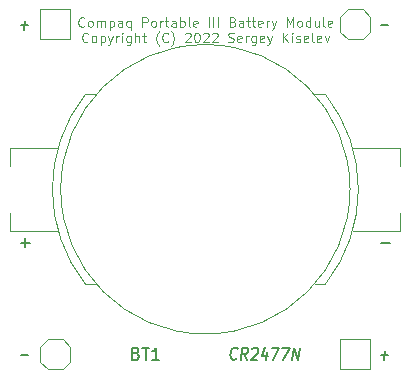
<source format=gbr>
%TF.GenerationSoftware,KiCad,Pcbnew,(6.0.2)*%
%TF.CreationDate,2022-05-23T22:39:05-07:00*%
%TF.ProjectId,Compaq_Portable_III_Battery,436f6d70-6171-45f5-906f-727461626c65,rev?*%
%TF.SameCoordinates,Original*%
%TF.FileFunction,Legend,Top*%
%TF.FilePolarity,Positive*%
%FSLAX46Y46*%
G04 Gerber Fmt 4.6, Leading zero omitted, Abs format (unit mm)*
G04 Created by KiCad (PCBNEW (6.0.2)) date 2022-05-23 22:39:05*
%MOMM*%
%LPD*%
G01*
G04 APERTURE LIST*
%ADD10C,0.100000*%
%ADD11C,0.150000*%
%ADD12C,0.120000*%
G04 APERTURE END LIST*
D10*
X110402380Y-77619714D02*
X110364285Y-77657809D01*
X110250000Y-77695904D01*
X110173809Y-77695904D01*
X110059523Y-77657809D01*
X109983333Y-77581619D01*
X109945238Y-77505428D01*
X109907142Y-77353047D01*
X109907142Y-77238761D01*
X109945238Y-77086380D01*
X109983333Y-77010190D01*
X110059523Y-76934000D01*
X110173809Y-76895904D01*
X110250000Y-76895904D01*
X110364285Y-76934000D01*
X110402380Y-76972095D01*
X110859523Y-77695904D02*
X110783333Y-77657809D01*
X110745238Y-77619714D01*
X110707142Y-77543523D01*
X110707142Y-77314952D01*
X110745238Y-77238761D01*
X110783333Y-77200666D01*
X110859523Y-77162571D01*
X110973809Y-77162571D01*
X111050000Y-77200666D01*
X111088095Y-77238761D01*
X111126190Y-77314952D01*
X111126190Y-77543523D01*
X111088095Y-77619714D01*
X111050000Y-77657809D01*
X110973809Y-77695904D01*
X110859523Y-77695904D01*
X111469047Y-77695904D02*
X111469047Y-77162571D01*
X111469047Y-77238761D02*
X111507142Y-77200666D01*
X111583333Y-77162571D01*
X111697619Y-77162571D01*
X111773809Y-77200666D01*
X111811904Y-77276857D01*
X111811904Y-77695904D01*
X111811904Y-77276857D02*
X111850000Y-77200666D01*
X111926190Y-77162571D01*
X112040476Y-77162571D01*
X112116666Y-77200666D01*
X112154761Y-77276857D01*
X112154761Y-77695904D01*
X112535714Y-77162571D02*
X112535714Y-77962571D01*
X112535714Y-77200666D02*
X112611904Y-77162571D01*
X112764285Y-77162571D01*
X112840476Y-77200666D01*
X112878571Y-77238761D01*
X112916666Y-77314952D01*
X112916666Y-77543523D01*
X112878571Y-77619714D01*
X112840476Y-77657809D01*
X112764285Y-77695904D01*
X112611904Y-77695904D01*
X112535714Y-77657809D01*
X113602380Y-77695904D02*
X113602380Y-77276857D01*
X113564285Y-77200666D01*
X113488095Y-77162571D01*
X113335714Y-77162571D01*
X113259523Y-77200666D01*
X113602380Y-77657809D02*
X113526190Y-77695904D01*
X113335714Y-77695904D01*
X113259523Y-77657809D01*
X113221428Y-77581619D01*
X113221428Y-77505428D01*
X113259523Y-77429238D01*
X113335714Y-77391142D01*
X113526190Y-77391142D01*
X113602380Y-77353047D01*
X114326190Y-77162571D02*
X114326190Y-77962571D01*
X114326190Y-77657809D02*
X114250000Y-77695904D01*
X114097619Y-77695904D01*
X114021428Y-77657809D01*
X113983333Y-77619714D01*
X113945238Y-77543523D01*
X113945238Y-77314952D01*
X113983333Y-77238761D01*
X114021428Y-77200666D01*
X114097619Y-77162571D01*
X114250000Y-77162571D01*
X114326190Y-77200666D01*
X115316666Y-77695904D02*
X115316666Y-76895904D01*
X115621428Y-76895904D01*
X115697619Y-76934000D01*
X115735714Y-76972095D01*
X115773809Y-77048285D01*
X115773809Y-77162571D01*
X115735714Y-77238761D01*
X115697619Y-77276857D01*
X115621428Y-77314952D01*
X115316666Y-77314952D01*
X116230952Y-77695904D02*
X116154761Y-77657809D01*
X116116666Y-77619714D01*
X116078571Y-77543523D01*
X116078571Y-77314952D01*
X116116666Y-77238761D01*
X116154761Y-77200666D01*
X116230952Y-77162571D01*
X116345238Y-77162571D01*
X116421428Y-77200666D01*
X116459523Y-77238761D01*
X116497619Y-77314952D01*
X116497619Y-77543523D01*
X116459523Y-77619714D01*
X116421428Y-77657809D01*
X116345238Y-77695904D01*
X116230952Y-77695904D01*
X116840476Y-77695904D02*
X116840476Y-77162571D01*
X116840476Y-77314952D02*
X116878571Y-77238761D01*
X116916666Y-77200666D01*
X116992857Y-77162571D01*
X117069047Y-77162571D01*
X117221428Y-77162571D02*
X117526190Y-77162571D01*
X117335714Y-76895904D02*
X117335714Y-77581619D01*
X117373809Y-77657809D01*
X117450000Y-77695904D01*
X117526190Y-77695904D01*
X118135714Y-77695904D02*
X118135714Y-77276857D01*
X118097619Y-77200666D01*
X118021428Y-77162571D01*
X117869047Y-77162571D01*
X117792857Y-77200666D01*
X118135714Y-77657809D02*
X118059523Y-77695904D01*
X117869047Y-77695904D01*
X117792857Y-77657809D01*
X117754761Y-77581619D01*
X117754761Y-77505428D01*
X117792857Y-77429238D01*
X117869047Y-77391142D01*
X118059523Y-77391142D01*
X118135714Y-77353047D01*
X118516666Y-77695904D02*
X118516666Y-76895904D01*
X118516666Y-77200666D02*
X118592857Y-77162571D01*
X118745238Y-77162571D01*
X118821428Y-77200666D01*
X118859523Y-77238761D01*
X118897619Y-77314952D01*
X118897619Y-77543523D01*
X118859523Y-77619714D01*
X118821428Y-77657809D01*
X118745238Y-77695904D01*
X118592857Y-77695904D01*
X118516666Y-77657809D01*
X119354761Y-77695904D02*
X119278571Y-77657809D01*
X119240476Y-77581619D01*
X119240476Y-76895904D01*
X119964285Y-77657809D02*
X119888095Y-77695904D01*
X119735714Y-77695904D01*
X119659523Y-77657809D01*
X119621428Y-77581619D01*
X119621428Y-77276857D01*
X119659523Y-77200666D01*
X119735714Y-77162571D01*
X119888095Y-77162571D01*
X119964285Y-77200666D01*
X120002380Y-77276857D01*
X120002380Y-77353047D01*
X119621428Y-77429238D01*
X120954761Y-77695904D02*
X120954761Y-76895904D01*
X121335714Y-77695904D02*
X121335714Y-76895904D01*
X121716666Y-77695904D02*
X121716666Y-76895904D01*
X122973809Y-77276857D02*
X123088095Y-77314952D01*
X123126190Y-77353047D01*
X123164285Y-77429238D01*
X123164285Y-77543523D01*
X123126190Y-77619714D01*
X123088095Y-77657809D01*
X123011904Y-77695904D01*
X122707142Y-77695904D01*
X122707142Y-76895904D01*
X122973809Y-76895904D01*
X123050000Y-76934000D01*
X123088095Y-76972095D01*
X123126190Y-77048285D01*
X123126190Y-77124476D01*
X123088095Y-77200666D01*
X123050000Y-77238761D01*
X122973809Y-77276857D01*
X122707142Y-77276857D01*
X123850000Y-77695904D02*
X123850000Y-77276857D01*
X123811904Y-77200666D01*
X123735714Y-77162571D01*
X123583333Y-77162571D01*
X123507142Y-77200666D01*
X123850000Y-77657809D02*
X123773809Y-77695904D01*
X123583333Y-77695904D01*
X123507142Y-77657809D01*
X123469047Y-77581619D01*
X123469047Y-77505428D01*
X123507142Y-77429238D01*
X123583333Y-77391142D01*
X123773809Y-77391142D01*
X123850000Y-77353047D01*
X124116666Y-77162571D02*
X124421428Y-77162571D01*
X124230952Y-76895904D02*
X124230952Y-77581619D01*
X124269047Y-77657809D01*
X124345238Y-77695904D01*
X124421428Y-77695904D01*
X124573809Y-77162571D02*
X124878571Y-77162571D01*
X124688095Y-76895904D02*
X124688095Y-77581619D01*
X124726190Y-77657809D01*
X124802380Y-77695904D01*
X124878571Y-77695904D01*
X125450000Y-77657809D02*
X125373809Y-77695904D01*
X125221428Y-77695904D01*
X125145238Y-77657809D01*
X125107142Y-77581619D01*
X125107142Y-77276857D01*
X125145238Y-77200666D01*
X125221428Y-77162571D01*
X125373809Y-77162571D01*
X125450000Y-77200666D01*
X125488095Y-77276857D01*
X125488095Y-77353047D01*
X125107142Y-77429238D01*
X125830952Y-77695904D02*
X125830952Y-77162571D01*
X125830952Y-77314952D02*
X125869047Y-77238761D01*
X125907142Y-77200666D01*
X125983333Y-77162571D01*
X126059523Y-77162571D01*
X126250000Y-77162571D02*
X126440476Y-77695904D01*
X126630952Y-77162571D02*
X126440476Y-77695904D01*
X126364285Y-77886380D01*
X126326190Y-77924476D01*
X126250000Y-77962571D01*
X127545238Y-77695904D02*
X127545238Y-76895904D01*
X127811904Y-77467333D01*
X128078571Y-76895904D01*
X128078571Y-77695904D01*
X128573809Y-77695904D02*
X128497619Y-77657809D01*
X128459523Y-77619714D01*
X128421428Y-77543523D01*
X128421428Y-77314952D01*
X128459523Y-77238761D01*
X128497619Y-77200666D01*
X128573809Y-77162571D01*
X128688095Y-77162571D01*
X128764285Y-77200666D01*
X128802380Y-77238761D01*
X128840476Y-77314952D01*
X128840476Y-77543523D01*
X128802380Y-77619714D01*
X128764285Y-77657809D01*
X128688095Y-77695904D01*
X128573809Y-77695904D01*
X129526190Y-77695904D02*
X129526190Y-76895904D01*
X129526190Y-77657809D02*
X129450000Y-77695904D01*
X129297619Y-77695904D01*
X129221428Y-77657809D01*
X129183333Y-77619714D01*
X129145238Y-77543523D01*
X129145238Y-77314952D01*
X129183333Y-77238761D01*
X129221428Y-77200666D01*
X129297619Y-77162571D01*
X129450000Y-77162571D01*
X129526190Y-77200666D01*
X130250000Y-77162571D02*
X130250000Y-77695904D01*
X129907142Y-77162571D02*
X129907142Y-77581619D01*
X129945238Y-77657809D01*
X130021428Y-77695904D01*
X130135714Y-77695904D01*
X130211904Y-77657809D01*
X130250000Y-77619714D01*
X130745238Y-77695904D02*
X130669047Y-77657809D01*
X130630952Y-77581619D01*
X130630952Y-76895904D01*
X131354761Y-77657809D02*
X131278571Y-77695904D01*
X131126190Y-77695904D01*
X131050000Y-77657809D01*
X131011904Y-77581619D01*
X131011904Y-77276857D01*
X131050000Y-77200666D01*
X131126190Y-77162571D01*
X131278571Y-77162571D01*
X131354761Y-77200666D01*
X131392857Y-77276857D01*
X131392857Y-77353047D01*
X131011904Y-77429238D01*
X110707142Y-78907714D02*
X110669047Y-78945809D01*
X110554761Y-78983904D01*
X110478571Y-78983904D01*
X110364285Y-78945809D01*
X110288095Y-78869619D01*
X110250000Y-78793428D01*
X110211904Y-78641047D01*
X110211904Y-78526761D01*
X110250000Y-78374380D01*
X110288095Y-78298190D01*
X110364285Y-78222000D01*
X110478571Y-78183904D01*
X110554761Y-78183904D01*
X110669047Y-78222000D01*
X110707142Y-78260095D01*
X111164285Y-78983904D02*
X111088095Y-78945809D01*
X111050000Y-78907714D01*
X111011904Y-78831523D01*
X111011904Y-78602952D01*
X111050000Y-78526761D01*
X111088095Y-78488666D01*
X111164285Y-78450571D01*
X111278571Y-78450571D01*
X111354761Y-78488666D01*
X111392857Y-78526761D01*
X111430952Y-78602952D01*
X111430952Y-78831523D01*
X111392857Y-78907714D01*
X111354761Y-78945809D01*
X111278571Y-78983904D01*
X111164285Y-78983904D01*
X111773809Y-78450571D02*
X111773809Y-79250571D01*
X111773809Y-78488666D02*
X111850000Y-78450571D01*
X112002380Y-78450571D01*
X112078571Y-78488666D01*
X112116666Y-78526761D01*
X112154761Y-78602952D01*
X112154761Y-78831523D01*
X112116666Y-78907714D01*
X112078571Y-78945809D01*
X112002380Y-78983904D01*
X111850000Y-78983904D01*
X111773809Y-78945809D01*
X112421428Y-78450571D02*
X112611904Y-78983904D01*
X112802380Y-78450571D02*
X112611904Y-78983904D01*
X112535714Y-79174380D01*
X112497619Y-79212476D01*
X112421428Y-79250571D01*
X113107142Y-78983904D02*
X113107142Y-78450571D01*
X113107142Y-78602952D02*
X113145238Y-78526761D01*
X113183333Y-78488666D01*
X113259523Y-78450571D01*
X113335714Y-78450571D01*
X113602380Y-78983904D02*
X113602380Y-78450571D01*
X113602380Y-78183904D02*
X113564285Y-78222000D01*
X113602380Y-78260095D01*
X113640476Y-78222000D01*
X113602380Y-78183904D01*
X113602380Y-78260095D01*
X114326190Y-78450571D02*
X114326190Y-79098190D01*
X114288095Y-79174380D01*
X114250000Y-79212476D01*
X114173809Y-79250571D01*
X114059523Y-79250571D01*
X113983333Y-79212476D01*
X114326190Y-78945809D02*
X114250000Y-78983904D01*
X114097619Y-78983904D01*
X114021428Y-78945809D01*
X113983333Y-78907714D01*
X113945238Y-78831523D01*
X113945238Y-78602952D01*
X113983333Y-78526761D01*
X114021428Y-78488666D01*
X114097619Y-78450571D01*
X114250000Y-78450571D01*
X114326190Y-78488666D01*
X114707142Y-78983904D02*
X114707142Y-78183904D01*
X115050000Y-78983904D02*
X115050000Y-78564857D01*
X115011904Y-78488666D01*
X114935714Y-78450571D01*
X114821428Y-78450571D01*
X114745238Y-78488666D01*
X114707142Y-78526761D01*
X115316666Y-78450571D02*
X115621428Y-78450571D01*
X115430952Y-78183904D02*
X115430952Y-78869619D01*
X115469047Y-78945809D01*
X115545238Y-78983904D01*
X115621428Y-78983904D01*
X116726190Y-79288666D02*
X116688095Y-79250571D01*
X116611904Y-79136285D01*
X116573809Y-79060095D01*
X116535714Y-78945809D01*
X116497619Y-78755333D01*
X116497619Y-78602952D01*
X116535714Y-78412476D01*
X116573809Y-78298190D01*
X116611904Y-78222000D01*
X116688095Y-78107714D01*
X116726190Y-78069619D01*
X117488095Y-78907714D02*
X117450000Y-78945809D01*
X117335714Y-78983904D01*
X117259523Y-78983904D01*
X117145238Y-78945809D01*
X117069047Y-78869619D01*
X117030952Y-78793428D01*
X116992857Y-78641047D01*
X116992857Y-78526761D01*
X117030952Y-78374380D01*
X117069047Y-78298190D01*
X117145238Y-78222000D01*
X117259523Y-78183904D01*
X117335714Y-78183904D01*
X117450000Y-78222000D01*
X117488095Y-78260095D01*
X117754761Y-79288666D02*
X117792857Y-79250571D01*
X117869047Y-79136285D01*
X117907142Y-79060095D01*
X117945238Y-78945809D01*
X117983333Y-78755333D01*
X117983333Y-78602952D01*
X117945238Y-78412476D01*
X117907142Y-78298190D01*
X117869047Y-78222000D01*
X117792857Y-78107714D01*
X117754761Y-78069619D01*
X118935714Y-78260095D02*
X118973809Y-78222000D01*
X119050000Y-78183904D01*
X119240476Y-78183904D01*
X119316666Y-78222000D01*
X119354761Y-78260095D01*
X119392857Y-78336285D01*
X119392857Y-78412476D01*
X119354761Y-78526761D01*
X118897619Y-78983904D01*
X119392857Y-78983904D01*
X119888095Y-78183904D02*
X119964285Y-78183904D01*
X120040476Y-78222000D01*
X120078571Y-78260095D01*
X120116666Y-78336285D01*
X120154761Y-78488666D01*
X120154761Y-78679142D01*
X120116666Y-78831523D01*
X120078571Y-78907714D01*
X120040476Y-78945809D01*
X119964285Y-78983904D01*
X119888095Y-78983904D01*
X119811904Y-78945809D01*
X119773809Y-78907714D01*
X119735714Y-78831523D01*
X119697619Y-78679142D01*
X119697619Y-78488666D01*
X119735714Y-78336285D01*
X119773809Y-78260095D01*
X119811904Y-78222000D01*
X119888095Y-78183904D01*
X120459523Y-78260095D02*
X120497619Y-78222000D01*
X120573809Y-78183904D01*
X120764285Y-78183904D01*
X120840476Y-78222000D01*
X120878571Y-78260095D01*
X120916666Y-78336285D01*
X120916666Y-78412476D01*
X120878571Y-78526761D01*
X120421428Y-78983904D01*
X120916666Y-78983904D01*
X121221428Y-78260095D02*
X121259523Y-78222000D01*
X121335714Y-78183904D01*
X121526190Y-78183904D01*
X121602380Y-78222000D01*
X121640476Y-78260095D01*
X121678571Y-78336285D01*
X121678571Y-78412476D01*
X121640476Y-78526761D01*
X121183333Y-78983904D01*
X121678571Y-78983904D01*
X122592857Y-78945809D02*
X122707142Y-78983904D01*
X122897619Y-78983904D01*
X122973809Y-78945809D01*
X123011904Y-78907714D01*
X123050000Y-78831523D01*
X123050000Y-78755333D01*
X123011904Y-78679142D01*
X122973809Y-78641047D01*
X122897619Y-78602952D01*
X122745238Y-78564857D01*
X122669047Y-78526761D01*
X122630952Y-78488666D01*
X122592857Y-78412476D01*
X122592857Y-78336285D01*
X122630952Y-78260095D01*
X122669047Y-78222000D01*
X122745238Y-78183904D01*
X122935714Y-78183904D01*
X123050000Y-78222000D01*
X123697619Y-78945809D02*
X123621428Y-78983904D01*
X123469047Y-78983904D01*
X123392857Y-78945809D01*
X123354761Y-78869619D01*
X123354761Y-78564857D01*
X123392857Y-78488666D01*
X123469047Y-78450571D01*
X123621428Y-78450571D01*
X123697619Y-78488666D01*
X123735714Y-78564857D01*
X123735714Y-78641047D01*
X123354761Y-78717238D01*
X124078571Y-78983904D02*
X124078571Y-78450571D01*
X124078571Y-78602952D02*
X124116666Y-78526761D01*
X124154761Y-78488666D01*
X124230952Y-78450571D01*
X124307142Y-78450571D01*
X124916666Y-78450571D02*
X124916666Y-79098190D01*
X124878571Y-79174380D01*
X124840476Y-79212476D01*
X124764285Y-79250571D01*
X124649999Y-79250571D01*
X124573809Y-79212476D01*
X124916666Y-78945809D02*
X124840476Y-78983904D01*
X124688095Y-78983904D01*
X124611904Y-78945809D01*
X124573809Y-78907714D01*
X124535714Y-78831523D01*
X124535714Y-78602952D01*
X124573809Y-78526761D01*
X124611904Y-78488666D01*
X124688095Y-78450571D01*
X124840476Y-78450571D01*
X124916666Y-78488666D01*
X125602380Y-78945809D02*
X125526190Y-78983904D01*
X125373809Y-78983904D01*
X125297619Y-78945809D01*
X125259523Y-78869619D01*
X125259523Y-78564857D01*
X125297619Y-78488666D01*
X125373809Y-78450571D01*
X125526190Y-78450571D01*
X125602380Y-78488666D01*
X125640476Y-78564857D01*
X125640476Y-78641047D01*
X125259523Y-78717238D01*
X125907142Y-78450571D02*
X126097619Y-78983904D01*
X126288095Y-78450571D02*
X126097619Y-78983904D01*
X126021428Y-79174380D01*
X125983333Y-79212476D01*
X125907142Y-79250571D01*
X127202380Y-78983904D02*
X127202380Y-78183904D01*
X127659523Y-78983904D02*
X127316666Y-78526761D01*
X127659523Y-78183904D02*
X127202380Y-78641047D01*
X128002380Y-78983904D02*
X128002380Y-78450571D01*
X128002380Y-78183904D02*
X127964285Y-78222000D01*
X128002380Y-78260095D01*
X128040476Y-78222000D01*
X128002380Y-78183904D01*
X128002380Y-78260095D01*
X128345238Y-78945809D02*
X128421428Y-78983904D01*
X128573809Y-78983904D01*
X128650000Y-78945809D01*
X128688095Y-78869619D01*
X128688095Y-78831523D01*
X128650000Y-78755333D01*
X128573809Y-78717238D01*
X128459523Y-78717238D01*
X128383333Y-78679142D01*
X128345238Y-78602952D01*
X128345238Y-78564857D01*
X128383333Y-78488666D01*
X128459523Y-78450571D01*
X128573809Y-78450571D01*
X128650000Y-78488666D01*
X129335714Y-78945809D02*
X129259523Y-78983904D01*
X129107142Y-78983904D01*
X129030952Y-78945809D01*
X128992857Y-78869619D01*
X128992857Y-78564857D01*
X129030952Y-78488666D01*
X129107142Y-78450571D01*
X129259523Y-78450571D01*
X129335714Y-78488666D01*
X129373809Y-78564857D01*
X129373809Y-78641047D01*
X128992857Y-78717238D01*
X129830952Y-78983904D02*
X129754761Y-78945809D01*
X129716666Y-78869619D01*
X129716666Y-78183904D01*
X130440476Y-78945809D02*
X130364285Y-78983904D01*
X130211904Y-78983904D01*
X130135714Y-78945809D01*
X130097619Y-78869619D01*
X130097619Y-78564857D01*
X130135714Y-78488666D01*
X130211904Y-78450571D01*
X130364285Y-78450571D01*
X130440476Y-78488666D01*
X130478571Y-78564857D01*
X130478571Y-78641047D01*
X130097619Y-78717238D01*
X130745238Y-78450571D02*
X130935714Y-78983904D01*
X131126190Y-78450571D01*
D11*
%TO.C,J2*%
X135538184Y-77541428D02*
X136147708Y-77541428D01*
%TO.C,J1*%
X105058184Y-77541428D02*
X105667708Y-77541428D01*
X105315327Y-77922380D02*
X105410565Y-77160476D01*
%TO.C,J4*%
X135538184Y-105481428D02*
X136147708Y-105481428D01*
X135795327Y-105862380D02*
X135890565Y-105100476D01*
%TO.C,J3*%
X105058184Y-105481428D02*
X105667708Y-105481428D01*
%TO.C,BT1*%
X114784285Y-105338571D02*
X114927142Y-105386190D01*
X114974761Y-105433809D01*
X115022380Y-105529047D01*
X115022380Y-105671904D01*
X114974761Y-105767142D01*
X114927142Y-105814761D01*
X114831904Y-105862380D01*
X114450952Y-105862380D01*
X114450952Y-104862380D01*
X114784285Y-104862380D01*
X114879523Y-104910000D01*
X114927142Y-104957619D01*
X114974761Y-105052857D01*
X114974761Y-105148095D01*
X114927142Y-105243333D01*
X114879523Y-105290952D01*
X114784285Y-105338571D01*
X114450952Y-105338571D01*
X115308095Y-104862380D02*
X115879523Y-104862380D01*
X115593809Y-105862380D02*
X115593809Y-104862380D01*
X116736666Y-105862380D02*
X116165238Y-105862380D01*
X116450952Y-105862380D02*
X116450952Y-104862380D01*
X116355714Y-105005238D01*
X116260476Y-105100476D01*
X116165238Y-105148095D01*
X123290089Y-105767142D02*
X123241279Y-105814761D01*
X123106755Y-105862380D01*
X123021041Y-105862380D01*
X122898422Y-105814761D01*
X122824613Y-105719523D01*
X122793660Y-105624285D01*
X122774613Y-105433809D01*
X122792470Y-105290952D01*
X122859136Y-105100476D01*
X122913898Y-105005238D01*
X123011517Y-104910000D01*
X123146041Y-104862380D01*
X123231755Y-104862380D01*
X123354375Y-104910000D01*
X123391279Y-104957619D01*
X124178184Y-105862380D02*
X123937708Y-105386190D01*
X123663898Y-105862380D02*
X123788898Y-104862380D01*
X124131755Y-104862380D01*
X124211517Y-104910000D01*
X124248422Y-104957619D01*
X124279375Y-105052857D01*
X124261517Y-105195714D01*
X124206755Y-105290952D01*
X124157946Y-105338571D01*
X124066279Y-105386190D01*
X123723422Y-105386190D01*
X124634136Y-104957619D02*
X124682946Y-104910000D01*
X124774613Y-104862380D01*
X124988898Y-104862380D01*
X125068660Y-104910000D01*
X125105565Y-104957619D01*
X125136517Y-105052857D01*
X125124613Y-105148095D01*
X125063898Y-105290952D01*
X124478184Y-105862380D01*
X125035327Y-105862380D01*
X125890089Y-105195714D02*
X125806755Y-105862380D01*
X125723422Y-104814761D02*
X125419851Y-105529047D01*
X125976994Y-105529047D01*
X126317470Y-104862380D02*
X126917470Y-104862380D01*
X126406755Y-105862380D01*
X127174613Y-104862380D02*
X127774613Y-104862380D01*
X127263898Y-105862380D01*
X127992470Y-105862380D02*
X128117470Y-104862380D01*
X128506755Y-105862380D01*
X128631755Y-104862380D01*
X135509047Y-95956428D02*
X136270952Y-95956428D01*
X105029047Y-95956428D02*
X105790952Y-95956428D01*
X105410000Y-96337380D02*
X105410000Y-95575476D01*
D12*
%TO.C,J2*%
X134620000Y-78105000D02*
X133985000Y-78740000D01*
X132080000Y-78105000D02*
X132080000Y-76835000D01*
X133985000Y-76200000D02*
X134620000Y-76835000D01*
X133985000Y-78740000D02*
X132715000Y-78740000D01*
X132080000Y-76835000D02*
X132715000Y-76200000D01*
X132715000Y-78740000D02*
X132080000Y-78105000D01*
X132715000Y-76200000D02*
X133985000Y-76200000D01*
X134620000Y-76835000D02*
X134620000Y-78105000D01*
%TO.C,J1*%
X109220000Y-78740000D02*
X106680000Y-78740000D01*
X106680000Y-78740000D02*
X106680000Y-76200000D01*
X109220000Y-78740000D02*
X109220000Y-76200000D01*
X106680000Y-76200000D02*
X109220000Y-76200000D01*
%TO.C,J4*%
X134620000Y-106680000D02*
X134620000Y-104140000D01*
X132080000Y-106680000D02*
X132080000Y-104140000D01*
X132080000Y-104140000D02*
X134620000Y-104140000D01*
X134620000Y-106680000D02*
X132080000Y-106680000D01*
%TO.C,J3*%
X109220000Y-106045000D02*
X108585000Y-106680000D01*
X108585000Y-106680000D02*
X107315000Y-106680000D01*
X106680000Y-106045000D02*
X106680000Y-104775000D01*
X106680000Y-104775000D02*
X107315000Y-104140000D01*
X108585000Y-104140000D02*
X109220000Y-104775000D01*
X107315000Y-104140000D02*
X108585000Y-104140000D01*
X109220000Y-104775000D02*
X109220000Y-106045000D01*
X107315000Y-106680000D02*
X106680000Y-106045000D01*
%TO.C,BT1*%
X104150000Y-87940000D02*
X108150000Y-87940000D01*
X104150000Y-93440000D02*
X104150000Y-94940000D01*
X104150000Y-94940000D02*
X108150000Y-94940000D01*
X130650000Y-99490000D02*
X130800000Y-99490000D01*
X111400000Y-83390000D02*
X110650000Y-83390000D01*
X130650000Y-83390000D02*
X130799999Y-83390001D01*
X129900000Y-99490000D02*
X130650000Y-99490000D01*
X110650000Y-83390000D02*
X110500001Y-83390001D01*
X137150000Y-94940000D02*
X133150000Y-94940000D01*
X110650000Y-99490000D02*
X110500001Y-99489999D01*
X137150000Y-93440000D02*
X137150000Y-94940000D01*
X137150000Y-89440000D02*
X137150000Y-87940000D01*
X111400000Y-99490000D02*
X110650000Y-99490000D01*
X104150000Y-89440000D02*
X104150000Y-87940000D01*
X129900000Y-83390000D02*
X130650000Y-83390000D01*
X137150000Y-87940000D02*
X133150000Y-87940000D01*
X110500001Y-83390001D02*
G75*
G03*
X110500001Y-99489999I10150001J-8049999D01*
G01*
X130805060Y-99483612D02*
G75*
G03*
X130799999Y-83390001I-10155060J8043612D01*
G01*
D10*
X132900000Y-91440000D02*
G75*
G03*
X132900000Y-91440000I-12250000J0D01*
G01*
%TD*%
M02*

</source>
